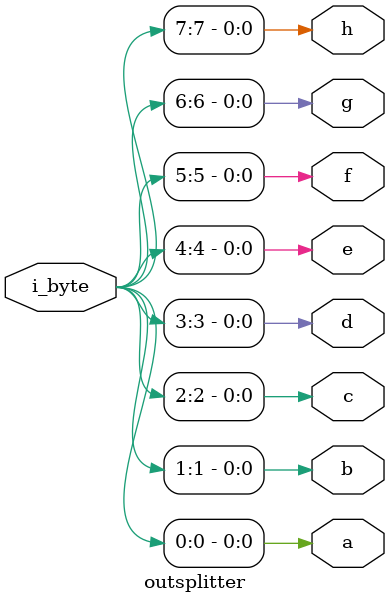
<source format=v>
`timescale 1ns / 1ps

module outsplitter(
    input [7:0] i_byte,
    output a,
    output b,
    output c, 
    output d,
    output e,
    output f,
    output g,
    output h
    );
    
    assign a = i_byte[0]; // lsb
    assign b = i_byte[1];
    assign c = i_byte[2];
    assign d = i_byte[3];
    assign e = i_byte[4];
    assign f = i_byte[5];
    assign g = i_byte[6];
    assign h = i_byte[7]; // msb
endmodule

</source>
